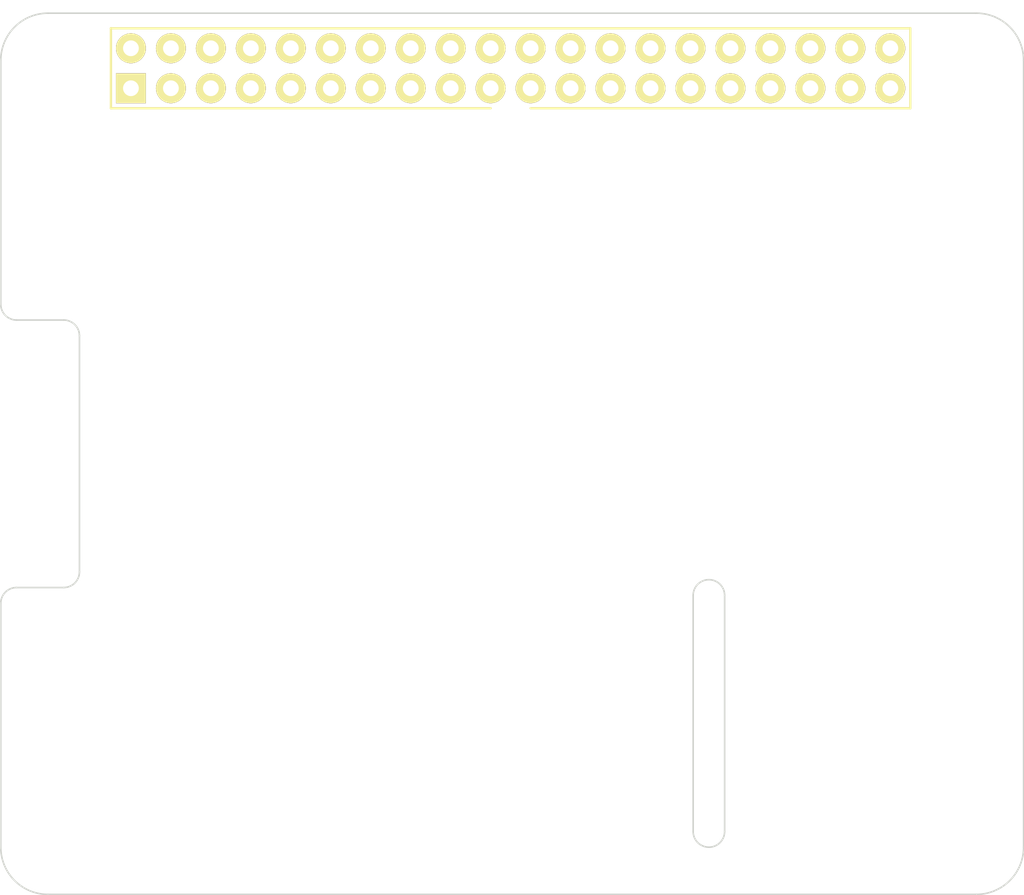
<source format=kicad_pcb>
(kicad_pcb (version 20170123) (host pcbnew "(2017-03-10 revision 23a23d3)-master")

  (general
    (links 0)
    (no_connects 0)
    (area 110.177381 52.0525 176.822619 109.0925)
    (thickness 1.6)
    (drawings 20)
    (tracks 0)
    (zones 0)
    (modules 5)
    (nets 1)
  )

  (page A4)
  (layers
    (0 F.Cu signal)
    (31 B.Cu signal)
    (32 B.Adhes user)
    (33 F.Adhes user)
    (34 B.Paste user)
    (35 F.Paste user)
    (36 B.SilkS user)
    (37 F.SilkS user)
    (38 B.Mask user)
    (39 F.Mask user)
    (40 Dwgs.User user)
    (41 Cmts.User user)
    (42 Eco1.User user)
    (43 Eco2.User user)
    (44 Edge.Cuts user)
    (45 Margin user)
    (46 B.CrtYd user)
    (47 F.CrtYd user)
    (48 B.Fab user)
    (49 F.Fab user)
  )

  (setup
    (last_trace_width 0.25)
    (trace_clearance 0.2)
    (zone_clearance 0.508)
    (zone_45_only no)
    (trace_min 0.2)
    (segment_width 0.2)
    (edge_width 0.15)
    (via_size 0.8)
    (via_drill 0.4)
    (via_min_size 0.4)
    (via_min_drill 0.3)
    (uvia_size 0.3)
    (uvia_drill 0.1)
    (uvias_allowed no)
    (uvia_min_size 0.2)
    (uvia_min_drill 0.1)
    (pcb_text_width 0.3)
    (pcb_text_size 1.5 1.5)
    (mod_edge_width 0.15)
    (mod_text_size 1 1)
    (mod_text_width 0.15)
    (pad_size 1.524 1.524)
    (pad_drill 0.762)
    (pad_to_mask_clearance 0.2)
    (aux_axis_origin 0 0)
    (visible_elements FFFFFF7F)
    (pcbplotparams
      (layerselection 0x00030_ffffffff)
      (usegerberextensions false)
      (excludeedgelayer true)
      (linewidth 0.150000)
      (plotframeref false)
      (viasonmask false)
      (mode 1)
      (useauxorigin false)
      (hpglpennumber 1)
      (hpglpenspeed 20)
      (hpglpendiameter 15)
      (psnegative false)
      (psa4output false)
      (plotreference true)
      (plotvalue true)
      (plotinvisibletext false)
      (padsonsilk false)
      (subtractmaskfromsilk false)
      (outputformat 1)
      (mirror false)
      (drillshape 1)
      (scaleselection 1)
      (outputdirectory ""))
  )

  (net 0 "")

  (net_class Default "This is the default net class."
    (clearance 0.2)
    (trace_width 0.25)
    (via_dia 0.8)
    (via_drill 0.4)
    (uvia_dia 0.3)
    (uvia_drill 0.1)
  )

  (module agg:M2.5_HOLE locked (layer F.Cu) (tedit 590D9BCB) (tstamp 59163234)
    (at 172.5 105.5)
    (solder_mask_margin 1.72)
    (clearance 1.72)
    (fp_text reference REF** (at 0 -2.5) (layer F.Fab) hide
      (effects (font (size 1 1) (thickness 0.15)))
    )
    (fp_text value M2.5_HOLE (at 0 2.5) (layer F.Fab) hide
      (effects (font (size 1 1) (thickness 0.15)))
    )
    (fp_line (start -1.8 -1.8) (end 1.8 -1.8) (layer F.CrtYd) (width 0.01))
    (fp_line (start 1.8 -1.8) (end 1.8 1.8) (layer F.CrtYd) (width 0.01))
    (fp_line (start 1.8 1.8) (end -1.8 1.8) (layer F.CrtYd) (width 0.01))
    (fp_line (start -1.8 1.8) (end -1.8 -1.8) (layer F.CrtYd) (width 0.01))
    (pad "" np_thru_hole circle (at 0 0) (size 2.75 2.75) (drill 2.75) (layers *.Cu F.Mask))
  )

  (module agg:M2.5_HOLE locked (layer F.Cu) (tedit 590D9BCB) (tstamp 5916322B)
    (at 114.5 105.5)
    (solder_mask_margin 1.72)
    (clearance 1.72)
    (fp_text reference REF** (at 0 -2.5) (layer F.Fab) hide
      (effects (font (size 1 1) (thickness 0.15)))
    )
    (fp_text value M2.5_HOLE (at 0 2.5) (layer F.Fab) hide
      (effects (font (size 1 1) (thickness 0.15)))
    )
    (fp_line (start -1.8 -1.8) (end 1.8 -1.8) (layer F.CrtYd) (width 0.01))
    (fp_line (start 1.8 -1.8) (end 1.8 1.8) (layer F.CrtYd) (width 0.01))
    (fp_line (start 1.8 1.8) (end -1.8 1.8) (layer F.CrtYd) (width 0.01))
    (fp_line (start -1.8 1.8) (end -1.8 -1.8) (layer F.CrtYd) (width 0.01))
    (pad "" np_thru_hole circle (at 0 0) (size 2.75 2.75) (drill 2.75) (layers *.Cu F.Mask))
  )

  (module agg:M2.5_HOLE locked (layer F.Cu) (tedit 590D9BCB) (tstamp 59163222)
    (at 114.5 56.5)
    (solder_mask_margin 1.72)
    (clearance 1.72)
    (fp_text reference REF** (at 0 -2.5) (layer F.Fab) hide
      (effects (font (size 1 1) (thickness 0.15)))
    )
    (fp_text value M2.5_HOLE (at 0 2.5) (layer F.Fab) hide
      (effects (font (size 1 1) (thickness 0.15)))
    )
    (fp_line (start -1.8 -1.8) (end 1.8 -1.8) (layer F.CrtYd) (width 0.01))
    (fp_line (start 1.8 -1.8) (end 1.8 1.8) (layer F.CrtYd) (width 0.01))
    (fp_line (start 1.8 1.8) (end -1.8 1.8) (layer F.CrtYd) (width 0.01))
    (fp_line (start -1.8 1.8) (end -1.8 -1.8) (layer F.CrtYd) (width 0.01))
    (pad "" np_thru_hole circle (at 0 0) (size 2.75 2.75) (drill 2.75) (layers *.Cu F.Mask))
  )

  (module agg:M2.5_HOLE locked (layer F.Cu) (tedit 590D9BCB) (tstamp 59163219)
    (at 172.5 56.5)
    (solder_mask_margin 1.72)
    (clearance 1.72)
    (fp_text reference REF** (at 0 -2.5) (layer F.Fab) hide
      (effects (font (size 1 1) (thickness 0.15)))
    )
    (fp_text value M2.5_HOLE (at 0 2.5) (layer F.Fab) hide
      (effects (font (size 1 1) (thickness 0.15)))
    )
    (fp_line (start -1.8 -1.8) (end 1.8 -1.8) (layer F.CrtYd) (width 0.01))
    (fp_line (start 1.8 -1.8) (end 1.8 1.8) (layer F.CrtYd) (width 0.01))
    (fp_line (start 1.8 1.8) (end -1.8 1.8) (layer F.CrtYd) (width 0.01))
    (fp_line (start -1.8 1.8) (end -1.8 -1.8) (layer F.CrtYd) (width 0.01))
    (pad "" np_thru_hole circle (at 0 0) (size 2.75 2.75) (drill 2.75) (layers *.Cu F.Mask))
  )

  (module agg:DIL-254P-40 locked (layer F.Cu) (tedit 57656D66) (tstamp 59163350)
    (at 143.4 56.5)
    (fp_text reference REF** (at 0 -3.49) (layer F.Fab)
      (effects (font (size 1 1) (thickness 0.15)))
    )
    (fp_text value DIL-254P-40 (at 0 3.49) (layer F.Fab)
      (effects (font (size 1 1) (thickness 0.15)))
    )
    (fp_line (start -25.65 2.8) (end -25.65 -2.8) (layer F.CrtYd) (width 0.01))
    (fp_line (start 25.65 2.8) (end -25.65 2.8) (layer F.CrtYd) (width 0.01))
    (fp_line (start 25.65 -2.8) (end 25.65 2.8) (layer F.CrtYd) (width 0.01))
    (fp_line (start -25.65 -2.8) (end 25.65 -2.8) (layer F.CrtYd) (width 0.01))
    (fp_line (start -25.4 2.54) (end -25.4 -2.54) (layer F.SilkS) (width 0.15))
    (fp_line (start -1.27 2.54) (end -25.4 2.54) (layer F.SilkS) (width 0.15))
    (fp_line (start 25.4 2.54) (end 1.27 2.54) (layer F.SilkS) (width 0.15))
    (fp_line (start 25.4 -2.54) (end 25.4 2.54) (layer F.SilkS) (width 0.15))
    (fp_line (start -25.4 -2.54) (end 25.4 -2.54) (layer F.SilkS) (width 0.15))
    (fp_line (start -25.4 2.54) (end -25.4 -2.54) (layer F.Fab) (width 0.01))
    (fp_line (start 25.4 2.54) (end -25.4 2.54) (layer F.Fab) (width 0.01))
    (fp_line (start 25.4 -2.54) (end 25.4 2.54) (layer F.Fab) (width 0.01))
    (fp_line (start -25.4 -2.54) (end 25.4 -2.54) (layer F.Fab) (width 0.01))
    (pad 40 thru_hole circle (at 24.13 -1.27) (size 1.9 1.9) (drill 1) (layers *.Cu *.Mask F.SilkS))
    (pad 39 thru_hole circle (at 24.13 1.27) (size 1.9 1.9) (drill 1) (layers *.Cu *.Mask F.SilkS))
    (pad 38 thru_hole circle (at 21.59 -1.27) (size 1.9 1.9) (drill 1) (layers *.Cu *.Mask F.SilkS))
    (pad 37 thru_hole circle (at 21.59 1.27) (size 1.9 1.9) (drill 1) (layers *.Cu *.Mask F.SilkS))
    (pad 36 thru_hole circle (at 19.05 -1.27) (size 1.9 1.9) (drill 1) (layers *.Cu *.Mask F.SilkS))
    (pad 35 thru_hole circle (at 19.05 1.27) (size 1.9 1.9) (drill 1) (layers *.Cu *.Mask F.SilkS))
    (pad 34 thru_hole circle (at 16.51 -1.27) (size 1.9 1.9) (drill 1) (layers *.Cu *.Mask F.SilkS))
    (pad 33 thru_hole circle (at 16.51 1.27) (size 1.9 1.9) (drill 1) (layers *.Cu *.Mask F.SilkS))
    (pad 32 thru_hole circle (at 13.97 -1.27) (size 1.9 1.9) (drill 1) (layers *.Cu *.Mask F.SilkS))
    (pad 31 thru_hole circle (at 13.97 1.27) (size 1.9 1.9) (drill 1) (layers *.Cu *.Mask F.SilkS))
    (pad 30 thru_hole circle (at 11.43 -1.27) (size 1.9 1.9) (drill 1) (layers *.Cu *.Mask F.SilkS))
    (pad 29 thru_hole circle (at 11.43 1.27) (size 1.9 1.9) (drill 1) (layers *.Cu *.Mask F.SilkS))
    (pad 28 thru_hole circle (at 8.89 -1.27) (size 1.9 1.9) (drill 1) (layers *.Cu *.Mask F.SilkS))
    (pad 27 thru_hole circle (at 8.89 1.27) (size 1.9 1.9) (drill 1) (layers *.Cu *.Mask F.SilkS))
    (pad 26 thru_hole circle (at 6.35 -1.27) (size 1.9 1.9) (drill 1) (layers *.Cu *.Mask F.SilkS))
    (pad 25 thru_hole circle (at 6.35 1.27) (size 1.9 1.9) (drill 1) (layers *.Cu *.Mask F.SilkS))
    (pad 24 thru_hole circle (at 3.81 -1.27) (size 1.9 1.9) (drill 1) (layers *.Cu *.Mask F.SilkS))
    (pad 23 thru_hole circle (at 3.81 1.27) (size 1.9 1.9) (drill 1) (layers *.Cu *.Mask F.SilkS))
    (pad 22 thru_hole circle (at 1.27 -1.27) (size 1.9 1.9) (drill 1) (layers *.Cu *.Mask F.SilkS))
    (pad 21 thru_hole circle (at 1.27 1.27) (size 1.9 1.9) (drill 1) (layers *.Cu *.Mask F.SilkS))
    (pad 20 thru_hole circle (at -1.27 -1.27) (size 1.9 1.9) (drill 1) (layers *.Cu *.Mask F.SilkS))
    (pad 19 thru_hole circle (at -1.27 1.27) (size 1.9 1.9) (drill 1) (layers *.Cu *.Mask F.SilkS))
    (pad 18 thru_hole circle (at -3.81 -1.27) (size 1.9 1.9) (drill 1) (layers *.Cu *.Mask F.SilkS))
    (pad 17 thru_hole circle (at -3.81 1.27) (size 1.9 1.9) (drill 1) (layers *.Cu *.Mask F.SilkS))
    (pad 16 thru_hole circle (at -6.35 -1.27) (size 1.9 1.9) (drill 1) (layers *.Cu *.Mask F.SilkS))
    (pad 15 thru_hole circle (at -6.35 1.27) (size 1.9 1.9) (drill 1) (layers *.Cu *.Mask F.SilkS))
    (pad 14 thru_hole circle (at -8.89 -1.27) (size 1.9 1.9) (drill 1) (layers *.Cu *.Mask F.SilkS))
    (pad 13 thru_hole circle (at -8.89 1.27) (size 1.9 1.9) (drill 1) (layers *.Cu *.Mask F.SilkS))
    (pad 12 thru_hole circle (at -11.43 -1.27) (size 1.9 1.9) (drill 1) (layers *.Cu *.Mask F.SilkS))
    (pad 11 thru_hole circle (at -11.43 1.27) (size 1.9 1.9) (drill 1) (layers *.Cu *.Mask F.SilkS))
    (pad 10 thru_hole circle (at -13.97 -1.27) (size 1.9 1.9) (drill 1) (layers *.Cu *.Mask F.SilkS))
    (pad 9 thru_hole circle (at -13.97 1.27) (size 1.9 1.9) (drill 1) (layers *.Cu *.Mask F.SilkS))
    (pad 8 thru_hole circle (at -16.51 -1.27) (size 1.9 1.9) (drill 1) (layers *.Cu *.Mask F.SilkS))
    (pad 7 thru_hole circle (at -16.51 1.27) (size 1.9 1.9) (drill 1) (layers *.Cu *.Mask F.SilkS))
    (pad 6 thru_hole circle (at -19.05 -1.27) (size 1.9 1.9) (drill 1) (layers *.Cu *.Mask F.SilkS))
    (pad 5 thru_hole circle (at -19.05 1.27) (size 1.9 1.9) (drill 1) (layers *.Cu *.Mask F.SilkS))
    (pad 4 thru_hole circle (at -21.59 -1.27) (size 1.9 1.9) (drill 1) (layers *.Cu *.Mask F.SilkS))
    (pad 3 thru_hole circle (at -21.59 1.27) (size 1.9 1.9) (drill 1) (layers *.Cu *.Mask F.SilkS))
    (pad 2 thru_hole circle (at -24.13 -1.27) (size 1.9 1.9) (drill 1) (layers *.Cu *.Mask F.SilkS))
    (pad 1 thru_hole rect (at -24.13 1.27) (size 1.9 1.9) (drill 1) (layers *.Cu *.Mask F.SilkS))
    (model ${KISYS3DMOD}/Pin_Headers.3dshapes/Pin_Header_Straight_2x20.wrl
      (at (xyz 0 0 0))
      (scale (xyz 1 1 1))
      (rotate (xyz 0 0 0))
    )
  )

  (gr_arc (start 156 105) (end 155 105) (angle -180) (layer Edge.Cuts) (width 0.1))
  (gr_line (start 157 105) (end 157 90) (layer Edge.Cuts) (width 0.1))
  (gr_arc (start 156 90) (end 157 90) (angle -180) (layer Edge.Cuts) (width 0.1))
  (gr_line (start 116 88.5) (end 116 73.5) (layer Edge.Cuts) (width 0.1))
  (gr_arc (start 115 88.5) (end 115 89.5) (angle -90) (layer Edge.Cuts) (width 0.1))
  (gr_arc (start 115 73.5) (end 116 73.5) (angle -90) (layer Edge.Cuts) (width 0.1))
  (gr_arc (start 112 71.5) (end 111 71.5) (angle -90) (layer Edge.Cuts) (width 0.1))
  (gr_line (start 115 72.5) (end 112 72.5) (layer Edge.Cuts) (width 0.1))
  (gr_arc (start 112 90.5) (end 112 89.5) (angle -90) (layer Edge.Cuts) (width 0.1))
  (gr_line (start 111 56) (end 111 71.5) (layer Edge.Cuts) (width 0.1))
  (gr_arc (start 114 106) (end 111 106) (angle -90) (layer Edge.Cuts) (width 0.1))
  (gr_line (start 176 106) (end 176 56) (layer Edge.Cuts) (width 0.1))
  (gr_line (start 111 90.5) (end 111 106) (layer Edge.Cuts) (width 0.1))
  (gr_arc (start 114 56) (end 114 53) (angle -90) (layer Edge.Cuts) (width 0.1))
  (gr_arc (start 173 56) (end 176 56) (angle -90) (layer Edge.Cuts) (width 0.1))
  (gr_arc (start 173 106) (end 173 109) (angle -90) (layer Edge.Cuts) (width 0.1))
  (gr_line (start 155 105) (end 155 90) (layer Edge.Cuts) (width 0.1))
  (gr_line (start 114 53) (end 173 53) (layer Edge.Cuts) (width 0.1))
  (gr_line (start 114 109) (end 173 109) (layer Edge.Cuts) (width 0.1))
  (gr_line (start 115 89.5) (end 112 89.5) (layer Edge.Cuts) (width 0.1))

)

</source>
